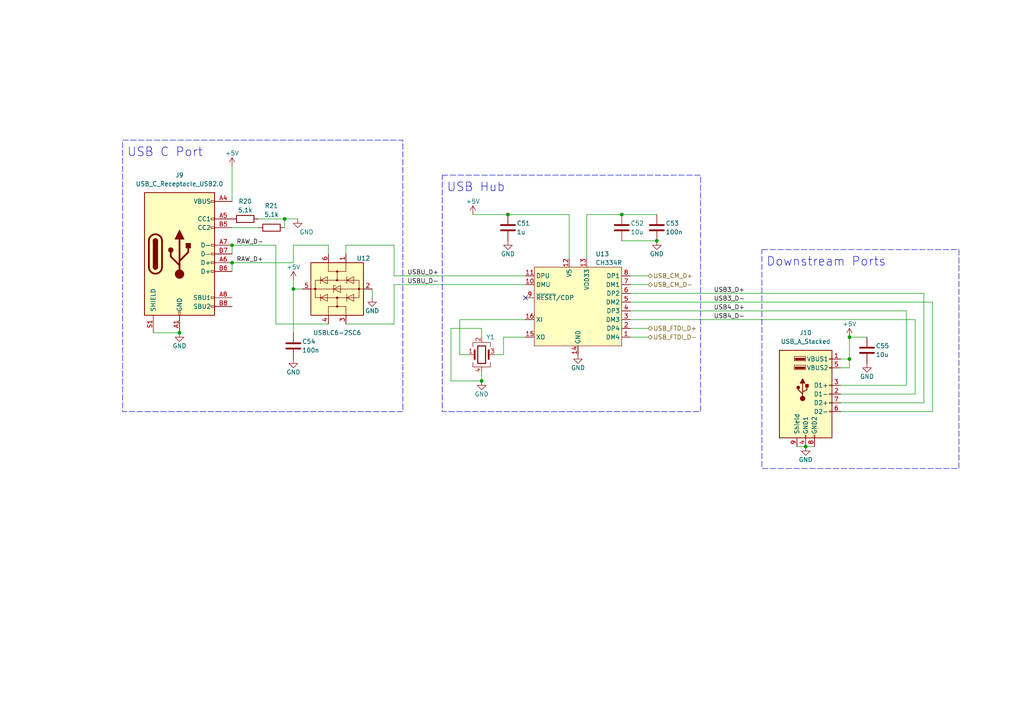
<source format=kicad_sch>
(kicad_sch (version 20230121) (generator eeschema)
  (paper "A4")
  (lib_symbols
    (symbol "Connector:USB_A_Stacked" (pin_names (offset 1.016))
      (property "Reference" "J" (at 0 15.875 0))
      (property "Value" "USB_A_Stacked" (at 0 13.97 0))
      (symbol "USB_A_Stacked_0_1"
        (rectangle (start -7.62 12.7) (end 7.62 -12.7) (stroke (width 0.254)) (fill (type background)))
        (circle (center -2.159 1.905) (radius 0.381) (stroke (width 0.254)) (fill (type outline)))
        (circle (center -0.889 -1.27) (radius 0.635) (stroke (width 0.254)) (fill (type outline)))
        (rectangle (start -0.254 7.366) (end -3.048 7.874) (fill (type outline)))
        (rectangle (start -0.254 9.906) (end -3.048 10.414) (fill (type outline)))
        (rectangle (start -0.127 -12.7) (end 0.127 -11.938))
        (polyline (pts (xy -1.524 3.175) (xy -0.254 3.175) (xy -0.889 4.445) (xy -1.524 3.175)) (stroke (width 0.254)) (fill (type outline)))
        (polyline (pts (xy -0.889 -0.635) (xy -0.889 0) (xy -2.159 1.27) (xy -2.159 1.905)) (stroke (width 0.254)))
        (polyline (pts (xy -0.889 0) (xy -0.889 0.635) (xy 0.381 1.27) (xy 0.381 2.54)) (stroke (width 0.254)))
        (rectangle (start 0 2.794) (end 0.762 2.032) (stroke (width 0.254)) (fill (type outline)))
        (rectangle (start 0 7.112) (end -3.302 8.382))
        (rectangle (start 0 9.652) (end -3.302 10.922))
        (rectangle (start 2.413 -12.7) (end 2.667 -11.938))
        (rectangle (start 7.62 -5.207) (end 6.858 -4.953))
        (rectangle (start 7.62 -2.667) (end 6.858 -2.413))
        (rectangle (start 7.62 -0.127) (end 6.858 0.127))
        (rectangle (start 7.62 2.413) (end 6.858 2.667))
        (rectangle (start 7.62 7.493) (end 6.858 7.747))
        (rectangle (start 7.62 10.033) (end 6.858 10.287))
      )
      (symbol "USB_A_Stacked_1_1"
        (polyline (pts (xy -0.889 0.635) (xy -0.889 3.175)) (stroke (width 0.254)))
        (pin power_in line (at 10.16 10.16 180) (length 2.54) (name "VBUS1") (number "1"))
        (pin bidirectional line (at 10.16 0 180) (length 2.54) (name "D1-") (number "2"))
        (pin bidirectional line (at 10.16 2.54 180) (length 2.54) (name "D1+") (number "3"))
        (pin power_in line (at 0 -15.24 90) (length 2.54) (name "GND1") (number "4"))
        (pin power_in line (at 10.16 7.62 180) (length 2.54) (name "VBUS2") (number "5"))
        (pin bidirectional line (at 10.16 -5.08 180) (length 2.54) (name "D2-") (number "6"))
        (pin bidirectional line (at 10.16 -2.54 180) (length 2.54) (name "D2+") (number "7"))
        (pin power_in line (at 2.54 -15.24 90) (length 2.54) (name "GND2") (number "8"))
        (pin passive line (at -2.54 -15.24 90) (length 2.54) (name "Shield") (number "9"))
      )
    )
    (symbol "Connector:USB_C_Receptacle_USB2.0" (pin_names (offset 1.016))
      (property "Reference" "J" (at -10.16 19.05 0))
      (property "Value" "USB_C_Receptacle_USB2.0" (at 19.05 19.05 0))
      (symbol "USB_C_Receptacle_USB2.0_0_0"
        (rectangle (start -0.254 -17.78) (end 0.254 -16.764))
        (rectangle (start 10.16 -14.986) (end 9.144 -15.494))
        (rectangle (start 10.16 -12.446) (end 9.144 -12.954))
        (rectangle (start 10.16 -4.826) (end 9.144 -5.334))
        (rectangle (start 10.16 -2.286) (end 9.144 -2.794))
        (rectangle (start 10.16 0.254) (end 9.144 -0.254))
        (rectangle (start 10.16 2.794) (end 9.144 2.286))
        (rectangle (start 10.16 7.874) (end 9.144 7.366))
        (rectangle (start 10.16 10.414) (end 9.144 9.906))
        (rectangle (start 10.16 15.494) (end 9.144 14.986))
      )
      (symbol "USB_C_Receptacle_USB2.0_0_1"
        (rectangle (start -10.16 17.78) (end 10.16 -17.78) (stroke (width 0.254)) (fill (type background)))
        (arc (start -8.89 -3.81) (mid -6.985 -5.7067) (end -5.08 -3.81) (stroke (width 0.508)))
        (arc (start -7.62 -3.81) (mid -6.985 -4.4423) (end -6.35 -3.81) (stroke (width 0.254)))
        (arc (start -7.62 -3.81) (mid -6.985 -4.4423) (end -6.35 -3.81) (stroke (width 0.254)) (fill (type outline)))
        (rectangle (start -7.62 -3.81) (end -6.35 3.81) (stroke (width 0.254)) (fill (type outline)))
        (arc (start -6.35 3.81) (mid -6.985 4.4423) (end -7.62 3.81) (stroke (width 0.254)))
        (arc (start -6.35 3.81) (mid -6.985 4.4423) (end -7.62 3.81) (stroke (width 0.254)) (fill (type outline)))
        (arc (start -5.08 3.81) (mid -6.985 5.7067) (end -8.89 3.81) (stroke (width 0.508)))
        (circle (center -2.54 1.143) (radius 0.635) (stroke (width 0.254)) (fill (type outline)))
        (circle (center 0 -5.842) (radius 1.27) (fill (type outline)))
        (polyline (pts (xy -8.89 -3.81) (xy -8.89 3.81)) (stroke (width 0.508)))
        (polyline (pts (xy -5.08 3.81) (xy -5.08 -3.81)) (stroke (width 0.508)))
        (polyline (pts (xy 0 -5.842) (xy 0 4.318)) (stroke (width 0.508)))
        (polyline (pts (xy 0 -3.302) (xy -2.54 -0.762) (xy -2.54 0.508)) (stroke (width 0.508)))
        (polyline (pts (xy 0 -2.032) (xy 2.54 0.508) (xy 2.54 1.778)) (stroke (width 0.508)))
        (polyline (pts (xy -1.27 4.318) (xy 0 6.858) (xy 1.27 4.318) (xy -1.27 4.318)) (stroke (width 0.254)) (fill (type outline)))
        (rectangle (start 1.905 1.778) (end 3.175 3.048) (stroke (width 0.254)) (fill (type outline)))
      )
      (symbol "USB_C_Receptacle_USB2.0_1_1"
        (pin passive line (at 0 -22.86 90) (length 5.08) (name "GND") (number "A1"))
        (pin passive line (at 0 -22.86 90) (length 5.08) hide (name "GND") (number "A12"))
        (pin passive line (at 15.24 15.24 180) (length 5.08) (name "VBUS") (number "A4"))
        (pin bidirectional line (at 15.24 10.16 180) (length 5.08) (name "CC1") (number "A5"))
        (pin bidirectional line (at 15.24 -2.54 180) (length 5.08) (name "D+") (number "A6"))
        (pin bidirectional line (at 15.24 2.54 180) (length 5.08) (name "D-") (number "A7"))
        (pin bidirectional line (at 15.24 -12.7 180) (length 5.08) (name "SBU1") (number "A8"))
        (pin passive line (at 15.24 15.24 180) (length 5.08) hide (name "VBUS") (number "A9"))
        (pin passive line (at 0 -22.86 90) (length 5.08) hide (name "GND") (number "B1"))
        (pin passive line (at 0 -22.86 90) (length 5.08) hide (name "GND") (number "B12"))
        (pin passive line (at 15.24 15.24 180) (length 5.08) hide (name "VBUS") (number "B4"))
        (pin bidirectional line (at 15.24 7.62 180) (length 5.08) (name "CC2") (number "B5"))
        (pin bidirectional line (at 15.24 -5.08 180) (length 5.08) (name "D+") (number "B6"))
        (pin bidirectional line (at 15.24 0 180) (length 5.08) (name "D-") (number "B7"))
        (pin bidirectional line (at 15.24 -15.24 180) (length 5.08) (name "SBU2") (number "B8"))
        (pin passive line (at 15.24 15.24 180) (length 5.08) hide (name "VBUS") (number "B9"))
        (pin passive line (at -7.62 -22.86 90) (length 5.08) (name "SHIELD") (number "S1"))
      )
    )
    (symbol "Device:C" (pin_numbers hide) (pin_names (offset 0.254))
      (property "Reference" "C" (at 0.635 2.54 0))
      (property "Value" "C" (at 0.635 -2.54 0))
      (symbol "C_0_1"
        (polyline (pts (xy -2.032 -0.762) (xy 2.032 -0.762)) (stroke (width 0.508)))
        (polyline (pts (xy -2.032 0.762) (xy 2.032 0.762)) (stroke (width 0.508)))
      )
      (symbol "C_1_1"
        (pin passive line (at 0 3.81 270) (length 2.794) (name "~") (number "1"))
        (pin passive line (at 0 -3.81 90) (length 2.794) (name "~") (number "2"))
      )
    )
    (symbol "Device:Crystal_GND24" (pin_names (offset 1.016) hide)
      (property "Reference" "Y" (at 3.175 5.08 0))
      (property "Value" "Crystal_GND24" (at 3.175 3.175 0))
      (symbol "Crystal_GND24_0_1"
        (rectangle (start -1.143 2.54) (end 1.143 -2.54) (stroke (width 0.3048)))
        (polyline (pts (xy -2.54 0) (xy -2.032 0)))
        (polyline (pts (xy -2.032 -1.27) (xy -2.032 1.27)) (stroke (width 0.508)))
        (polyline (pts (xy 0 -3.81) (xy 0 -3.556)))
        (polyline (pts (xy 0 3.556) (xy 0 3.81)))
        (polyline (pts (xy 2.032 -1.27) (xy 2.032 1.27)) (stroke (width 0.508)))
        (polyline (pts (xy 2.032 0) (xy 2.54 0)))
        (polyline (pts (xy -2.54 -2.286) (xy -2.54 -3.556) (xy 2.54 -3.556) (xy 2.54 -2.286)))
        (polyline (pts (xy -2.54 2.286) (xy -2.54 3.556) (xy 2.54 3.556) (xy 2.54 2.286)))
      )
      (symbol "Crystal_GND24_1_1"
        (pin passive line (at -3.81 0 0) (length 1.27) (name "1") (number "1"))
        (pin passive line (at 0 5.08 270) (length 1.27) (name "2") (number "2"))
        (pin passive line (at 3.81 0 180) (length 1.27) (name "3") (number "3"))
        (pin passive line (at 0 -5.08 90) (length 1.27) (name "4") (number "4"))
      )
    )
    (symbol "Device:R" (pin_numbers hide) (pin_names (offset 0))
      (property "Reference" "R" (at 2.032 0 90))
      (property "Value" "R" (at 0 0 90))
      (symbol "R_0_1"
        (rectangle (start -1.016 -2.54) (end 1.016 2.54) (stroke (width 0.254)))
      )
      (symbol "R_1_1"
        (pin passive line (at 0 3.81 270) (length 1.27) (name "~") (number "1"))
        (pin passive line (at 0 -3.81 90) (length 1.27) (name "~") (number "2"))
      )
    )
    (symbol "Power_Protection:USBLC6-2SC6" (pin_names hide)
      (property "Reference" "U" (at 2.54 8.89 0))
      (property "Value" "USBLC6-2SC6" (at 2.54 -8.89 0))
      (symbol "USBLC6-2SC6_0_1"
        (rectangle (start -7.62 -7.62) (end 7.62 7.62) (stroke (width 0.254)) (fill (type background)))
        (circle (center -5.08 0) (radius 0.254) (fill (type outline)))
        (circle (center -2.54 0) (radius 0.254) (fill (type outline)))
        (rectangle (start -2.54 6.35) (end 2.54 -6.35))
        (circle (center 0 -6.35) (radius 0.254) (fill (type outline)))
        (polyline (pts (xy -5.08 -2.54) (xy -7.62 -2.54)))
        (polyline (pts (xy -5.08 0) (xy -5.08 -2.54)))
        (polyline (pts (xy -5.08 2.54) (xy -7.62 2.54)))
        (polyline (pts (xy -1.524 -2.794) (xy -3.556 -2.794)))
        (polyline (pts (xy -1.524 4.826) (xy -3.556 4.826)))
        (polyline (pts (xy 0 -7.62) (xy 0 -6.35)))
        (polyline (pts (xy 0 -6.35) (xy 0 1.27)))
        (polyline (pts (xy 0 1.27) (xy 0 6.35)))
        (polyline (pts (xy 0 6.35) (xy 0 7.62)))
        (polyline (pts (xy 1.524 -2.794) (xy 3.556 -2.794)))
        (polyline (pts (xy 1.524 4.826) (xy 3.556 4.826)))
        (polyline (pts (xy 5.08 -2.54) (xy 7.62 -2.54)))
        (polyline (pts (xy 5.08 0) (xy 5.08 -2.54)))
        (polyline (pts (xy 5.08 2.54) (xy 7.62 2.54)))
        (polyline (pts (xy -2.54 0) (xy -5.08 0) (xy -5.08 2.54)))
        (polyline (pts (xy 2.54 0) (xy 5.08 0) (xy 5.08 2.54)))
        (polyline (pts (xy -3.556 -4.826) (xy -1.524 -4.826) (xy -2.54 -2.794) (xy -3.556 -4.826)))
        (polyline (pts (xy -3.556 2.794) (xy -1.524 2.794) (xy -2.54 4.826) (xy -3.556 2.794)))
        (polyline (pts (xy -1.016 -1.016) (xy 1.016 -1.016) (xy 0 1.016) (xy -1.016 -1.016)))
        (polyline (pts (xy 1.016 1.016) (xy 0.762 1.016) (xy -1.016 1.016) (xy -1.016 0.508)))
        (polyline (pts (xy 3.556 -4.826) (xy 1.524 -4.826) (xy 2.54 -2.794) (xy 3.556 -4.826)))
        (polyline (pts (xy 3.556 2.794) (xy 1.524 2.794) (xy 2.54 4.826) (xy 3.556 2.794)))
        (circle (center 0 6.35) (radius 0.254) (fill (type outline)))
        (circle (center 2.54 0) (radius 0.254) (fill (type outline)))
        (circle (center 5.08 0) (radius 0.254) (fill (type outline)))
      )
      (symbol "USBLC6-2SC6_1_1"
        (pin passive line (at -10.16 -2.54 0) (length 2.54) (name "I/O1") (number "1"))
        (pin passive line (at 0 -10.16 90) (length 2.54) (name "GND") (number "2"))
        (pin passive line (at 10.16 -2.54 180) (length 2.54) (name "I/O2") (number "3"))
        (pin passive line (at 10.16 2.54 180) (length 2.54) (name "I/O2") (number "4"))
        (pin passive line (at 0 10.16 270) (length 2.54) (name "VBUS") (number "5"))
        (pin passive line (at -10.16 2.54 0) (length 2.54) (name "I/O1") (number "6"))
      )
    )
    (symbol "Project:CH334R"
      (property "Reference" "U" (at 8.89 15.24 0))
      (property "Value" "CH334R" (at 8.89 12.7 0))
      (symbol "CH334R_0_1"
        (rectangle (start -12.7 11.43) (end 12.7 -11.43) (fill (type background)))
        (pin unspecified line (at 15.24 -8.89 180) (length 2.54) (name "DM4") (number "1"))
        (pin unspecified line (at -15.24 6.35 0) (length 2.54) (name "DMU") (number "10"))
        (pin unspecified line (at -15.24 8.89 0) (length 2.54) (name "DPU") (number "11"))
        (pin unspecified line (at -2.54 13.97 270) (length 2.54) (name "V5") (number "12"))
        (pin unspecified line (at 2.54 13.97 270) (length 2.54) (name "VDD33") (number "13"))
        (pin unspecified line (at 0 -13.97 90) (length 2.54) (name "GND") (number "14"))
        (pin unspecified line (at -15.24 -8.89 0) (length 2.54) (name "XO") (number "15"))
        (pin unspecified line (at -15.24 -3.81 0) (length 2.54) (name "XI") (number "16"))
        (pin unspecified line (at 15.24 -6.35 180) (length 2.54) (name "DP4") (number "2"))
        (pin unspecified line (at 15.24 -3.81 180) (length 2.54) (name "DM3") (number "3"))
        (pin unspecified line (at 15.24 -1.27 180) (length 2.54) (name "DP3") (number "4"))
        (pin unspecified line (at 15.24 1.27 180) (length 2.54) (name "DM2") (number "5"))
        (pin unspecified line (at 15.24 3.81 180) (length 2.54) (name "DP2") (number "6"))
        (pin unspecified line (at 15.24 6.35 180) (length 2.54) (name "DM1") (number "7"))
        (pin unspecified line (at 15.24 8.89 180) (length 2.54) (name "DP1") (number "8"))
        (pin unspecified line (at -15.24 2.54 0) (length 2.54) (name "~{RESET}/CDP") (number "9"))
      )
    )
    (symbol "power:+5V" (power) (pin_names (offset 0))
      (property "Value" "+5V" (at 0 3.556 0))
      (symbol "+5V_0_1"
        (polyline (pts (xy -0.762 1.27) (xy 0 2.54)))
        (polyline (pts (xy 0 0) (xy 0 2.54)))
        (polyline (pts (xy 0 2.54) (xy 0.762 1.27)))
      )
      (symbol "+5V_1_1"
        (pin power_in line (at 0 0 90) (length 0) hide (name "+5V") (number "1"))
      )
    )
    (symbol "power:GND" (power) (pin_names (offset 0))
      (property "Value" "GND" (at 0 -3.81 0))
      (symbol "GND_0_1"
        (polyline (pts (xy 0 0) (xy 0 -1.27) (xy 1.27 -1.27) (xy 0 -2.54) (xy -1.27 -1.27) (xy 0 -1.27)))
      )
      (symbol "GND_1_1"
        (pin power_in line (at 0 0 270) (length 0) hide (name "GND") (number "1"))
      )
    )
  )
  (junction (at 190.5 69.85))
  (junction (at 180.34 62.23))
  (junction (at 246.38 97.79))
  (junction (at 246.38 104.14))
  (junction (at 147.32 62.23))
  (junction (at 233.68 129.54))
  (junction (at 67.31 76.2))
  (junction (at 85.09 83.82))
  (junction (at 67.31 71.12))
  (junction (at 139.7 110.49))
  (junction (at 52.07 96.52))
  (junction (at 82.55 63.5))
  (no_connect (at 152.4 86.36))
  (wire (pts (xy 246.38 104.14) (xy 243.84 104.14)))
  (wire (pts (xy 231.14 129.54) (xy 233.68 129.54)))
  (wire (pts (xy 100.33 93.98) (xy 114.3 93.98)))
  (wire (pts (xy 233.68 129.54) (xy 236.22 129.54)))
  (wire (pts (xy 182.88 95.25) (xy 187.96 95.25)))
  (wire (pts (xy 170.18 74.93) (xy 170.18 62.23)))
  (wire (pts (xy 146.05 97.79) (xy 152.4 97.79)))
  (wire (pts (xy 95.25 71.12) (xy 85.09 71.12)))
  (wire (pts (xy 67.31 71.12) (xy 80.01 71.12)))
  (wire (pts (xy 74.93 66.04) (xy 67.31 66.04)))
  (wire (pts (xy 246.38 97.79) (xy 246.38 104.14)))
  (wire (pts (xy 143.51 102.87) (xy 146.05 102.87)))
  (wire (pts (xy 270.51 87.63) (xy 270.51 119.38)))
  (wire (pts (xy 67.31 71.12) (xy 67.31 73.66)))
  (wire (pts (xy 133.35 102.87) (xy 133.35 92.71)))
  (wire (pts (xy 139.7 110.49) (xy 139.7 107.95)))
  (wire (pts (xy 262.89 90.17) (xy 262.89 111.76)))
  (wire (pts (xy 262.89 111.76) (xy 243.84 111.76)))
  (wire (pts (xy 130.81 110.49) (xy 139.7 110.49)))
  (wire (pts (xy 130.81 95.25) (xy 130.81 110.49)))
  (wire (pts (xy 170.18 62.23) (xy 180.34 62.23)))
  (wire (pts (xy 67.31 76.2) (xy 67.31 78.74)))
  (wire (pts (xy 182.88 92.71) (xy 265.43 92.71)))
  (wire (pts (xy 85.09 71.12) (xy 85.09 76.2)))
  (wire (pts (xy 182.88 82.55) (xy 187.96 82.55)))
  (wire (pts (xy 146.05 102.87) (xy 146.05 97.79)))
  (wire (pts (xy 165.1 62.23) (xy 147.32 62.23)))
  (wire (pts (xy 182.88 90.17) (xy 262.89 90.17)))
  (wire (pts (xy 80.01 71.12) (xy 80.01 93.98)))
  (wire (pts (xy 180.34 62.23) (xy 190.5 62.23)))
  (wire (pts (xy 107.95 83.82) (xy 107.95 86.36)))
  (wire (pts (xy 265.43 92.71) (xy 265.43 114.3)))
  (wire (pts (xy 133.35 92.71) (xy 152.4 92.71)))
  (wire (pts (xy 80.01 93.98) (xy 95.25 93.98)))
  (wire (pts (xy 67.31 76.2) (xy 85.09 76.2)))
  (wire (pts (xy 165.1 74.93) (xy 165.1 62.23)))
  (wire (pts (xy 100.33 73.66) (xy 100.33 71.12)))
  (wire (pts (xy 267.97 85.09) (xy 267.97 116.84)))
  (wire (pts (xy 139.7 95.25) (xy 130.81 95.25)))
  (wire (pts (xy 82.55 63.5) (xy 82.55 66.04)))
  (wire (pts (xy 246.38 97.79) (xy 251.46 97.79)))
  (wire (pts (xy 246.38 97.79) (xy 246.38 96.52)))
  (wire (pts (xy 114.3 80.01) (xy 152.4 80.01)))
  (wire (pts (xy 114.3 71.12) (xy 114.3 80.01)))
  (wire (pts (xy 137.16 62.23) (xy 147.32 62.23)))
  (wire (pts (xy 139.7 95.25) (xy 139.7 97.79)))
  (wire (pts (xy 95.25 73.66) (xy 95.25 71.12)))
  (wire (pts (xy 246.38 106.68) (xy 243.84 106.68)))
  (wire (pts (xy 246.38 104.14) (xy 246.38 106.68)))
  (wire (pts (xy 85.09 81.28) (xy 85.09 83.82)))
  (wire (pts (xy 85.09 83.82) (xy 85.09 96.52)))
  (wire (pts (xy 85.09 83.82) (xy 87.63 83.82)))
  (wire (pts (xy 100.33 71.12) (xy 114.3 71.12)))
  (wire (pts (xy 182.88 97.79) (xy 187.96 97.79)))
  (wire (pts (xy 44.45 96.52) (xy 52.07 96.52)))
  (wire (pts (xy 267.97 116.84) (xy 243.84 116.84)))
  (wire (pts (xy 182.88 85.09) (xy 267.97 85.09)))
  (wire (pts (xy 82.55 63.5) (xy 86.36 63.5)))
  (wire (pts (xy 135.89 102.87) (xy 133.35 102.87)))
  (wire (pts (xy 270.51 119.38) (xy 243.84 119.38)))
  (wire (pts (xy 67.31 48.26) (xy 67.31 58.42)))
  (wire (pts (xy 74.93 63.5) (xy 82.55 63.5)))
  (wire (pts (xy 180.34 69.85) (xy 190.5 69.85)))
  (wire (pts (xy 265.43 114.3) (xy 243.84 114.3)))
  (wire (pts (xy 114.3 82.55) (xy 152.4 82.55)))
  (wire (pts (xy 114.3 93.98) (xy 114.3 82.55)))
  (wire (pts (xy 182.88 80.01) (xy 187.96 80.01)))
  (wire (pts (xy 182.88 87.63) (xy 270.51 87.63)))
  (rectangle (start 35.56 40.64) (end 116.84 119.38) (stroke (width 0) (type dash)))
  (rectangle (start 220.98 72.39) (end 278.13 135.89) (stroke (width 0) (type dash)))
  (rectangle (start 128.27 50.8) (end 203.2 119.38) (stroke (width 0) (type dash)))
  (text "USB Hub" (at 129.54 55.88 0) (effects (font (size 2.54 2.54)) (justify left bottom)))
  (text "USB C Port" (at 36.83 45.72 0) (effects (font (size 2.54 2.54)) (justify left bottom)))
  (text "Downstream Ports" (at 222.25 77.47 0) (effects (font (size 2.54 2.54)) (justify left bottom)))
  (label "USB3_D+" (at 207.01 85.09 0))
  (label "RAW_D+" (at 68.58 76.2 0))
  (label "USBU_D+" (at 118.11 80.01 0))
  (label "RAW_D-" (at 68.58 71.12 0))
  (label "USB4_D-" (at 207.01 92.71 0))
  (label "USBU_D-" (at 118.11 82.55 0))
  (label "USB3_D-" (at 207.01 87.63 0))
  (label "USB4_D+" (at 207.01 90.17 0))
  (hierarchical_label "USB_FTDI_D-" (shape bidirectional) (at 187.96 97.79 0))
  (hierarchical_label "USB_CM_D+" (shape bidirectional) (at 187.96 80.01 0))
  (hierarchical_label "USB_FTDI_D+" (shape bidirectional) (at 187.96 95.25 0))
  (hierarchical_label "USB_CM_D-" (shape bidirectional) (at 187.96 82.55 0))
  (symbol (lib_id "Device:R") (at 71.12 63.5 90) (unit 1)
    (property "Reference" "R20" (at 71.12 58.42 90))
    (property "Value" "5.1k" (at 71.12 60.96 90))
    (property "Footprint" "Resistor_SMD:R_0603_1608Metric" (effects hide))
  )
  (symbol (lib_id "power:GND") (at 147.32 69.85 0) (unit 1)
    (property "Reference" "#PWR090" (effects hide))
    (property "Value" "GND" (at 147.32 73.66 0))
  )
  (symbol (lib_id "Device:C") (at 180.34 66.04 0) (unit 1)
    (property "Reference" "C52" (at 182.88 64.77 0) (effects (justify left)))
    (property "Value" "10u" (at 182.88 67.31 0) (effects (justify left)))
    (property "Footprint" "Capacitor_SMD:C_0603_1608Metric" (effects hide))
  )
  (symbol (lib_id "Device:R") (at 78.74 66.04 90) (unit 1)
    (property "Reference" "R21" (at 78.74 59.69 90))
    (property "Value" "5.1k" (at 78.74 62.23 90))
    (property "Footprint" "Resistor_SMD:R_0603_1608Metric" (effects hide))
  )
  (symbol (lib_id "Connector:USB_A_Stacked") (at 233.68 114.3 0) (unit 1)
    (property "Reference" "J10" (at 233.68 96.52 0))
    (property "Value" "USB_A_Stacked" (at 233.68 99.06 0))
    (property "Footprint" "Connector_USB:USB_A_CUI_UJ2-ADH-TH_Horizontal_Stacked" (effects hide))
    (property "Datasheet" " ~" (effects hide))
  )
  (symbol (lib_id "power:GND") (at 85.09 104.14 0) (unit 1)
    (property "Reference" "#PWR096" (effects hide))
    (property "Value" "GND" (at 85.09 107.95 0))
  )
  (symbol (lib_id "power:+5V") (at 85.09 81.28 0) (unit 1)
    (property "Reference" "#PWR092" (effects hide))
    (property "Value" "+5V" (at 85.09 77.47 0))
  )
  (symbol (lib_id "power:GND") (at 107.95 86.36 0) (unit 1)
    (property "Reference" "#PWR093" (effects hide))
    (property "Value" "GND" (at 107.95 90.17 0))
  )
  (symbol (lib_id "Device:C") (at 190.5 66.04 0) (unit 1)
    (property "Reference" "C53" (at 193.04 64.77 0) (effects (justify left)))
    (property "Value" "100n" (at 193.04 67.31 0) (effects (justify left)))
    (property "Footprint" "Capacitor_SMD:C_0603_1608Metric" (effects hide))
  )
  (symbol (lib_id "power:+5V") (at 67.31 48.26 0) (unit 1)
    (property "Reference" "#PWR087" (effects hide))
    (property "Value" "+5V" (at 67.31 44.45 0))
  )
  (symbol (lib_id "power:GND") (at 251.46 105.41 0) (unit 1)
    (property "Reference" "#PWR099" (effects hide))
    (property "Value" "GND" (at 251.46 109.22 0))
  )
  (symbol (lib_id "Device:C") (at 147.32 66.04 0) (unit 1)
    (property "Reference" "C51" (at 149.86 64.77 0) (effects (justify left)))
    (property "Value" "1u" (at 149.86 67.31 0) (effects (justify left)))
    (property "Footprint" "Capacitor_SMD:C_0603_1608Metric" (effects hide))
  )
  (symbol (lib_id "Device:Crystal_GND24") (at 139.7 102.87 0) (unit 1)
    (property "Reference" "Y1" (at 142.24 97.79 0))
    (property "Value" "Crystal_GND24" (effects hide))
    (property "Footprint" "Crystal:Crystal_SMD_3225-4Pin_3.2x2.5mm" (effects hide))
  )
  (symbol (lib_id "Connector:USB_C_Receptacle_USB2.0") (at 52.07 73.66 0) (unit 1)
    (property "Reference" "J9" (at 52.07 50.8 0))
    (property "Value" "USB_C_Receptacle_USB2.0" (at 52.07 53.34 0))
    (property "Footprint" "Connector_USB:USB_C_Receptacle_GCT_USB4105-xx-A_16P_TopMnt_Horizontal" (effects hide))
    (property "Datasheet" "https://www.usb.org/sites/default/files/documents/usb_type-c.zip" (effects hide))
  )
  (symbol (lib_id "Device:C") (at 251.46 101.6 0) (unit 1)
    (property "Reference" "C55" (at 254 100.33 0) (effects (justify left)))
    (property "Value" "10u" (at 254 102.87 0) (effects (justify left)))
    (property "Footprint" "Capacitor_SMD:C_0603_1608Metric" (effects hide))
  )
  (symbol (lib_id "Power_Protection:USBLC6-2SC6") (at 97.79 83.82 90) (mirror x) (unit 1)
    (property "Reference" "U12" (at 105.41 74.93 90))
    (property "Value" "USBLC6-2SC6" (at 97.79 96.52 90))
    (property "Footprint" "Package_TO_SOT_SMD:SOT-23-6" (effects hide))
    (property "Datasheet" "https://www.st.com/resource/en/datasheet/usblc6-2.pdf" (effects hide))
  )
  (symbol (lib_id "Device:C") (at 85.09 100.33 0) (unit 1)
    (property "Reference" "C54" (at 87.63 99.06 0) (effects (justify left)))
    (property "Value" "100n" (at 87.63 101.6 0) (effects (justify left)))
    (property "Footprint" "Capacitor_SMD:C_0603_1608Metric" (effects hide))
  )
  (symbol (lib_id "power:+5V") (at 246.38 97.79 0) (unit 1)
    (property "Reference" "#PWR097" (effects hide))
    (property "Value" "+5V" (at 246.38 93.98 0))
  )
  (symbol (lib_id "power:GND") (at 190.5 69.85 0) (unit 1)
    (property "Reference" "#PWR091" (effects hide))
    (property "Value" "GND" (at 190.5 73.66 0))
  )
  (symbol (lib_id "power:GND") (at 233.68 129.54 0) (unit 1)
    (property "Reference" "#PWR0100" (effects hide))
    (property "Value" "GND" (at 233.68 133.35 0))
  )
  (symbol (lib_id "power:GND") (at 86.36 63.5 0) (unit 1)
    (property "Reference" "#PWR089" (effects hide))
    (property "Value" "GND" (at 88.9 67.31 0))
  )
  (symbol (lib_id "power:+5V") (at 137.16 62.23 0) (unit 1)
    (property "Reference" "#PWR088" (effects hide))
    (property "Value" "+5V" (at 137.16 58.42 0))
  )
  (symbol (lib_id "Project:CH334R") (at 167.64 88.9 0) (unit 1)
    (property "Reference" "U13" (at 172.72 73.66 0) (effects (justify left)))
    (property "Value" "CH334R" (at 172.72 76.2 0) (effects (justify left)))
    (property "Footprint" "Package_SO:SSOP-16_3.9x4.9mm_P0.635mm" (effects hide))
    (property "LCSC Part" "C4154405" (effects hide))
  )
  (symbol (lib_id "power:GND") (at 167.64 102.87 0) (unit 1)
    (property "Reference" "#PWR095" (effects hide))
    (property "Value" "GND" (at 167.64 106.68 0))
  )
  (symbol (lib_id "power:GND") (at 139.7 110.49 0) (unit 1)
    (property "Reference" "#PWR098" (effects hide))
    (property "Value" "GND" (at 139.7 114.3 0))
  )
  (symbol (lib_id "power:GND") (at 52.07 96.52 0) (unit 1)
    (property "Reference" "#PWR094" (effects hide))
    (property "Value" "GND" (at 52.07 100.33 0))
  )
)
</source>
